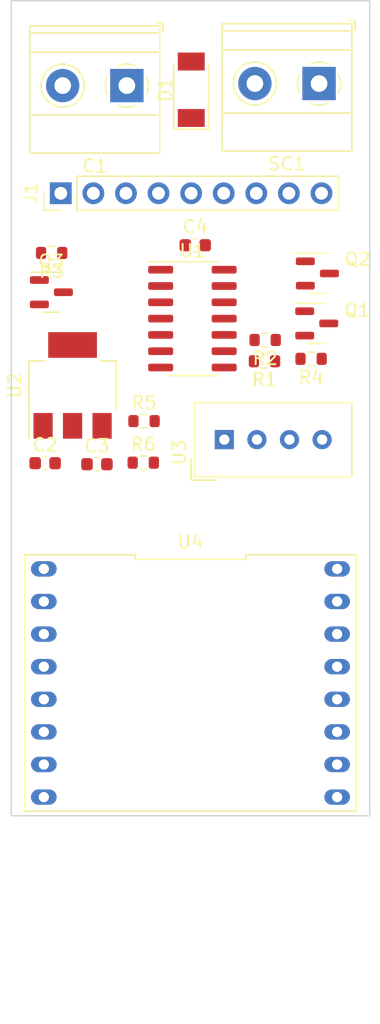
<source format=kicad_pcb>
(kicad_pcb (version 20210228) (generator pcbnew)
  (layers (0 "F.Cu" signal) (31 "B.Cu" signal) (34 "B.Paste" user) (35 "F.Paste" user) (36 "B.SilkS" user "B.Silkscreen") (37 "F.SilkS" user "F.Silkscreen") (38 "B.Mask" user) (39 "F.Mask" user) (44 "Edge.Cuts" user))
  (net 0 "")
  (net 1 "GND")
  (net 2 "+5V")
  (net 3 "Net-(C2-Pad1)")
  (net 4 "+3V3")
  (net 5 "Net-(D1-Pad2)")
  (net 6 "ESP32_TX")
  (net 7 "ESP32_RX")
  (net 8 "ATTINY_TX")
  (net 9 "ATTINY_RX")
  (net 10 "GPIO_0")
  (net 11 "UPDI")
  (net 12 "ATTINY_SDA")
  (net 13 "ESP32_SDA")
  (net 14 "ATTINY_SCL")
  (net 15 "ESP32_SCL")
  (net 16 "Net-(Q3-Pad1)")
  (net 17 "Net-(R4-Pad2)")
  (footprint "Package_TO_SOT_SMD:SOT-23" (layer "F.Cu") (at 190.18 89.91)
    (fp_text reference "Q1" (at 3.15 -1.01) (layer "F.SilkS"))
    (fp_text value "DMN6140L")
    (fp_line (start 0 1.56) (end -0.65 1.56) (layer "F.SilkS") (width 0.12))
    (fp_line (start 0 1.56) (end 0.65 1.56) (layer "F.SilkS") (width 0.12))
    (fp_line (start 0 -1.56) (end -1.675 -1.56) (layer "F.SilkS") (width 0.12))
    (fp_line (start 0 -1.56) (end 0.65 -1.56) (layer "F.SilkS") (width 0.12))
    (pad "1" smd roundrect (at -0.9375 -0.95) (size 1.475 0.6) (layers "F.Cu" "F.Paste" "F.Mask") (net 4 "+3V3"))
    (pad "2" smd roundrect (at -0.9375 0.95) (size 1.475 0.6) (layers "F.Cu" "F.Paste" "F.Mask") (net 13 "ESP32_SDA"))
    (pad "3" smd roundrect (at 0.9375 0) (size 1.475 0.6) (layers "F.Cu" "F.Paste" "F.Mask") (net 12 "ATTINY_SDA"))
  )
  (footprint "Capacitor_SMD:C_0603_1608Metric" (layer "F.Cu") (at 173.05 100.88)
    (fp_text reference "C3" (at 0 -1.43) (layer "F.SilkS"))
    (fp_text value "1uF")
    (fp_line (start -0.14058 -0.51) (end 0.14058 -0.51) (layer "F.SilkS") (width 0.12))
    (fp_line (start -0.14058 0.51) (end 0.14058 0.51) (layer "F.SilkS") (width 0.12))
    (pad "1" smd roundrect (at -0.775 0) (size 0.9 0.95) (layers "F.Cu" "F.Paste" "F.Mask") (net 4 "+3V3"))
    (pad "2" smd roundrect (at 0.775 0) (size 0.9 0.95) (layers "F.Cu" "F.Paste" "F.Mask") (net 1 "GND"))
  )
  (footprint "Package_TO_SOT_SMD:SOT-223-3_TabPin2" (layer "F.Cu") (at 171.15 94.74 90)
    (fp_text reference "U2" (at 0 -4.5 90) (layer "F.SilkS"))
    (fp_text value "MCP1825S")
    (fp_line (start 1.91 -3.41) (end 1.91 -2.15) (layer "F.SilkS") (width 0.12))
    (fp_line (start -1.85 3.41) (end 1.91 3.41) (layer "F.SilkS") (width 0.12))
    (fp_line (start -4.1 -3.41) (end 1.91 -3.41) (layer "F.SilkS") (width 0.12))
    (fp_line (start 1.91 3.41) (end 1.91 2.15) (layer "F.SilkS") (width 0.12))
    (pad "1" smd rect (at -3.15 -2.3 90) (size 2 1.5) (layers "F.Cu" "F.Paste" "F.Mask") (net 3 "Net-(C2-Pad1)"))
    (pad "2" smd rect (at -3.15 0 90) (size 2 1.5) (layers "F.Cu" "F.Paste" "F.Mask") (net 1 "GND"))
    (pad "2" smd rect (at 3.15 0 90) (size 2 3.8) (layers "F.Cu" "F.Paste" "F.Mask") (net 1 "GND"))
    (pad "3" smd rect (at -3.15 2.3 90) (size 2 1.5) (layers "F.Cu" "F.Paste" "F.Mask") (net 4 "+3V3"))
  )
  (footprint "Resistor_SMD:R_0603_1608Metric" (layer "F.Cu") (at 186.16 91.2 180)
    (fp_text reference "R2" (at 0 -1.43) (layer "F.SilkS"))
    (fp_text value "10k")
    (fp_line (start -0.237258 0.5225) (end 0.237258 0.5225) (layer "F.SilkS") (width 0.12))
    (fp_line (start -0.237258 -0.5225) (end 0.237258 -0.5225) (layer "F.SilkS") (width 0.12))
    (pad "1" smd roundrect (at -0.825 0 180) (size 0.8 0.95) (layers "F.Cu" "F.Paste" "F.Mask") (net 2 "+5V"))
    (pad "2" smd roundrect (at 0.825 0 180) (size 0.8 0.95) (layers "F.Cu" "F.Paste" "F.Mask") (net 14 "ATTINY_SCL"))
  )
  (footprint "Resistor_SMD:R_0603_1608Metric" (layer "F.Cu") (at 176.66 100.76)
    (fp_text reference "R6" (at 0 -1.43) (layer "F.SilkS"))
    (fp_text value "10k")
    (fp_line (start -0.237258 0.5225) (end 0.237258 0.5225) (layer "F.SilkS") (width 0.12))
    (fp_line (start -0.237258 -0.5225) (end 0.237258 -0.5225) (layer "F.SilkS") (width 0.12))
    (pad "1" smd roundrect (at -0.825 0) (size 0.8 0.95) (layers "F.Cu" "F.Paste" "F.Mask") (net 4 "+3V3"))
    (pad "2" smd roundrect (at 0.825 0) (size 0.8 0.95) (layers "F.Cu" "F.Paste" "F.Mask") (net 15 "ESP32_SCL"))
  )
  (footprint "Resistor_SMD:R_0603_1608Metric" (layer "F.Cu") (at 169.52 84.42 180)
    (fp_text reference "R3" (at 0 -1.43) (layer "F.SilkS"))
    (fp_text value "10k")
    (fp_line (start -0.237258 0.5225) (end 0.237258 0.5225) (layer "F.SilkS") (width 0.12))
    (fp_line (start -0.237258 -0.5225) (end 0.237258 -0.5225) (layer "F.SilkS") (width 0.12))
    (pad "1" smd roundrect (at -0.825 0 180) (size 0.8 0.95) (layers "F.Cu" "F.Paste" "F.Mask") (net 2 "+5V"))
    (pad "2" smd roundrect (at 0.825 0 180) (size 0.8 0.95) (layers "F.Cu" "F.Paste" "F.Mask") (net 16 "Net-(Q3-Pad1)"))
  )
  (footprint "Diode_SMD:D_SOD-128" (layer "F.Cu") (at 180.4 71.705 90)
    (fp_text reference "D1" (at 0 -2 90) (layer "F.SilkS"))
    (fp_text value "D_Schottky")
    (fp_line (start -3.08 -1.36) (end 1.9 -1.36) (layer "F.SilkS") (width 0.12))
    (fp_line (start -3.08 -1.36) (end -3.08 1.36) (layer "F.SilkS") (width 0.12))
    (fp_line (start -3.08 1.36) (end 1.9 1.36) (layer "F.SilkS") (width 0.12))
    (pad "1" smd rect (at -2.2 0 90) (size 1.4 2.1) (layers "F.Cu" "F.Paste" "F.Mask") (net 2 "+5V"))
    (pad "2" smd rect (at 2.2 0 90) (size 1.4 2.1) (layers "F.Cu" "F.Paste" "F.Mask") (net 5 "Net-(D1-Pad2)"))
  )
  (footprint "Capacitor_SMD:C_0603_1608Metric" (layer "F.Cu") (at 169.01 100.8)
    (fp_text reference "C2" (at 0 -1.43) (layer "F.SilkS"))
    (fp_text value "4.7uF")
    (fp_line (start -0.14058 -0.51) (end 0.14058 -0.51) (layer "F.SilkS") (width 0.12))
    (fp_line (start -0.14058 0.51) (end 0.14058 0.51) (layer "F.SilkS") (width 0.12))
    (pad "1" smd roundrect (at -0.775 0) (size 0.9 0.95) (layers "F.Cu" "F.Paste" "F.Mask") (net 3 "Net-(C2-Pad1)"))
    (pad "2" smd roundrect (at 0.775 0) (size 0.9 0.95) (layers "F.Cu" "F.Paste" "F.Mask") (net 1 "GND"))
  )
  (footprint "Capacitor_SMD:C_0603_1608Metric" (layer "F.Cu") (at 180.71 83.82)
    (fp_text reference "C4" (at 0 -1.43) (layer "F.SilkS"))
    (fp_text value "100n")
    (fp_line (start -0.14058 0.51) (end 0.14058 0.51) (layer "F.SilkS") (width 0.12))
    (fp_line (start -0.14058 -0.51) (end 0.14058 -0.51) (layer "F.SilkS") (width 0.12))
    (pad "1" smd roundrect (at -0.775 0) (size 0.9 0.95) (layers "F.Cu" "F.Paste" "F.Mask") (net 2 "+5V"))
    (pad "2" smd roundrect (at 0.775 0) (size 0.9 0.95) (layers "F.Cu" "F.Paste" "F.Mask") (net 1 "GND"))
  )
  (footprint "Resistor_SMD:R_0603_1608Metric" (layer "F.Cu") (at 186.11 92.86 180)
    (fp_text reference "R1" (at 0 -1.43) (layer "F.SilkS"))
    (fp_text value "10k")
    (fp_line (start -0.237258 -0.5225) (end 0.237258 -0.5225) (layer "F.SilkS") (width 0.12))
    (fp_line (start -0.237258 0.5225) (end 0.237258 0.5225) (layer "F.SilkS") (width 0.12))
    (pad "1" smd roundrect (at -0.825 0 180) (size 0.8 0.95) (layers "F.Cu" "F.Paste" "F.Mask") (net 2 "+5V"))
    (pad "2" smd roundrect (at 0.825 0 180) (size 0.8 0.95) (layers "F.Cu" "F.Paste" "F.Mask") (net 12 "ATTINY_SDA"))
  )
  (footprint "Package_SO:SOIC-14_3.9x8.7mm_P1.27mm" (layer "F.Cu") (at 180.49 89.535)
    (fp_text reference "U1" (at 0 -5.28) (layer "F.SilkS"))
    (fp_text value "ATtiny1614-SS")
    (fp_line (start 0 4.435) (end -1.95 4.435) (layer "F.SilkS") (width 0.12))
    (fp_line (start 0 4.435) (end 1.95 4.435) (layer "F.SilkS") (width 0.12))
    (fp_line (start 0 -4.435) (end -3.45 -4.435) (layer "F.SilkS") (width 0.12))
    (fp_line (start 0 -4.435) (end 1.95 -4.435) (layer "F.SilkS") (width 0.12))
    (pad "1" smd roundrect (at -2.475 -3.81) (size 1.95 0.6) (layers "F.Cu" "F.Paste" "F.Mask") (net 2 "+5V"))
    (pad "2" smd roundrect (at -2.475 -2.54) (size 1.95 0.6) (layers "F.Cu" "F.Paste" "F.Mask"))
    (pad "3" smd roundrect (at -2.475 -1.27) (size 1.95 0.6) (layers "F.Cu" "F.Paste" "F.Mask") (net 16 "Net-(Q3-Pad1)"))
    (pad "4" smd roundrect (at -2.475 0) (size 1.95 0.6) (layers "F.Cu" "F.Paste" "F.Mask"))
    (pad "5" smd roundrect (at -2.475 1.27) (size 1.95 0.6) (layers "F.Cu" "F.Paste" "F.Mask"))
    (pad "6" smd roundrect (at -2.475 2.54) (size 1.95 0.6) (layers "F.Cu" "F.Paste" "F.Mask"))
    (pad "7" smd roundrect (at -2.475 3.81) (size 1.95 0.6) (layers "F.Cu" "F.Paste" "F.Mask"))
    (pad "8" smd roundrect (at 2.475 3.81) (size 1.95 0.6) (layers "F.Cu" "F.Paste" "F.Mask") (net 12 "ATTINY_SDA"))
    (pad "9" smd roundrect (at 2.475 2.54) (size 1.95 0.6) (layers "F.Cu" "F.Paste" "F.Mask") (net 14 "ATTINY_SCL"))
    (pad "10" smd roundrect (at 2.475 1.27) (size 1.95 0.6) (layers "F.Cu" "F.Paste" "F.Mask") (net 11 "UPDI"))
    (pad "11" smd roundrect (at 2.475 0) (size 1.95 0.6) (layers "F.Cu" "F.Paste" "F.Mask") (net 8 "ATTINY_TX"))
    (pad "12" smd roundrect (at 2.475 -1.27) (size 1.95 0.6) (layers "F.Cu" "F.Paste" "F.Mask") (net 9 "ATTINY_RX"))
    (pad "13" smd roundrect (at 2.475 -2.54) (size 1.95 0.6) (layers "F.Cu" "F.Paste" "F.Mask"))
    (pad "14" smd roundrect (at 2.475 -3.81) (size 1.95 0.6) (layers "F.Cu" "F.Paste" "F.Mask") (net 1 "GND"))
  )
  (footprint "Connector_PinHeader_2.54mm:PinHeader_1x09_P2.54mm_Vertical" (layer "F.Cu") (at 170.23 79.77 90)
    (fp_text reference "J1" (at 0 -2.33 90) (layer "F.SilkS"))
    (fp_text value "Conn_01x09")
    (fp_line (start -1.33 21.65) (end 1.33 21.65) (layer "F.SilkS") (width 0.12))
    (fp_line (start 1.33 1.27) (end 1.33 21.65) (layer "F.SilkS") (width 0.12))
    (fp_line (start -1.33 1.27) (end 1.33 1.27) (layer "F.SilkS") (width 0.12))
    (fp_line (start -1.33 -1.33) (end 0 -1.33) (layer "F.SilkS") (width 0.12))
    (fp_line (start -1.33 1.27) (end -1.33 21.65) (layer "F.SilkS") (width 0.12))
    (fp_line (start -1.33 0) (end -1.33 -1.33) (layer "F.SilkS") (width 0.12))
    (pad "1" thru_hole rect (at 0 0 90) (size 1.7 1.7) (drill 1) (layers *.Cu *.Mask) (net 2 "+5V"))
    (pad "2" thru_hole oval (at 0 2.54 90) (size 1.7 1.7) (drill 1) (layers *.Cu *.Mask) (net 4 "+3V3"))
    (pad "3" thru_hole oval (at 0 5.08 90) (size 1.7 1.7) (drill 1) (layers *.Cu *.Mask) (net 11 "UPDI"))
    (pad "4" thru_hole oval (at 0 7.62 90) (size 1.7 1.7) (drill 1) (layers *.Cu *.Mask) (net 10 "GPIO_0"))
    (pad "5" thru_hole oval (at 0 10.16 90) (size 1.7 1.7) (drill 1) (layers *.Cu *.Mask) (net 1 "GND"))
    (pad "6" thru_hole oval (at 0 12.7 90) (size 1.7 1.7) (drill 1) (layers *.Cu *.Mask) (net 9 "ATTINY_RX"))
    (pad "7" thru_hole oval (at 0 15.24 90) (size 1.7 1.7) (drill 1) (layers *.Cu *.Mask) (net 8 "ATTINY_TX"))
    (pad "8" thru_hole oval (at 0 17.78 90) (size 1.7 1.7) (drill 1) (layers *.Cu *.Mask) (net 7 "ESP32_RX"))
    (pad "9" thru_hole oval (at 0 20.32 90) (size 1.7 1.7) (drill 1) (layers *.Cu *.Mask) (net 6 "ESP32_TX"))
  )
  (footprint "Package_TO_SOT_SMD:SOT-23" (layer "F.Cu") (at 169.5 87.48)
    (fp_text reference "Q3" (at 0 -2.4) (layer "F.SilkS"))
    (fp_text value "DMG2301L")
    (fp_line (start 0 -1.56) (end 0.65 -1.56) (layer "F.SilkS") (width 0.12))
    (fp_line (start 0 1.56) (end -0.65 1.56) (layer "F.SilkS") (width 0.12))
    (fp_line (start 0 1.56) (end 0.65 1.56) (layer "F.SilkS") (width 0.12))
    (fp_line (start 0 -1.56) (end -1.675 -1.56) (layer "F.SilkS") (width 0.12))
    (pad "1" smd roundrect (at -0.9375 -0.95) (size 1.475 0.6) (layers "F.Cu" "F.Paste" "F.Mask") (net 16 "Net-(Q3-Pad1)"))
    (pad "2" smd roundrect (at -0.9375 0.95) (size 1.475 0.6) (layers "F.Cu" "F.Paste" "F.Mask") (net 3 "Net-(C2-Pad1)"))
    (pad "3" smd roundrect (at 0.9375 0) (size 1.475 0.6) (layers "F.Cu" "F.Paste" "F.Mask") (net 2 "+5V"))
  )
  (footprint "Package_TO_SOT_SMD:SOT-23" (layer "F.Cu") (at 190.23 86.02)
    (fp_text reference "Q2" (at 3.13 -1.1) (layer "F.SilkS"))
    (fp_text value "DMN6140L")
    (fp_line (start 0 -1.56) (end 0.65 -1.56) (layer "F.SilkS") (width 0.12))
    (fp_line (start 0 1.56) (end -0.65 1.56) (layer "F.SilkS") (width 0.12))
    (fp_line (start 0 -1.56) (end -1.675 -1.56) (layer "F.SilkS") (width 0.12))
    (fp_line (start 0 1.56) (end 0.65 1.56) (layer "F.SilkS") (width 0.12))
    (pad "1" smd roundrect (at -0.9375 -0.95) (size 1.475 0.6) (layers "F.Cu" "F.Paste" "F.Mask") (net 4 "+3V3"))
    (pad "2" smd roundrect (at -0.9375 0.95) (size 1.475 0.6) (layers "F.Cu" "F.Paste" "F.Mask") (net 15 "ESP32_SCL"))
    (pad "3" smd roundrect (at 0.9375 0) (size 1.475 0.6) (layers "F.Cu" "F.Paste" "F.Mask") (net 14 "ATTINY_SCL"))
  )
  (footprint "Resistor_SMD:R_0603_1608Metric" (layer "F.Cu") (at 176.72 97.52)
    (fp_text reference "R5" (at 0 -1.43) (layer "F.SilkS"))
    (fp_text value "10k")
    (fp_line (start -0.237258 0.5225) (end 0.237258 0.5225) (layer "F.SilkS") (width 0.12))
    (fp_line (start -0.237258 -0.5225) (end 0.237258 -0.5225) (layer "F.SilkS") (width 0.12))
    (pad "1" smd roundrect (at -0.825 0) (size 0.8 0.95) (layers "F.Cu" "F.Paste" "F.Mask") (net 4 "+3V3"))
    (pad "2" smd roundrect (at 0.825 0) (size 0.8 0.95) (layers "F.Cu" "F.Paste" "F.Mask") (net 13 "ESP32_SDA"))
  )
  (footprint "TerminalBlock_Phoenix:TerminalBlock_Phoenix_MKDS-1,5-2_1x02_P5.00mm_Horizontal" (layer "F.Cu") (at 190.36 71.22 180)
    (fp_text reference "SC1" (at 2.5 -6.26) (layer "F.SilkS"))
    (fp_text value "Solar_Cells")
    (fp_line (start -2.8 4.16) (end -2.8 4.9) (layer "F.SilkS") (width 0.12))
    (fp_line (start 3.966 1.239) (end 3.931 1.274) (layer "F.SilkS") (width 0.12))
    (fp_line (start -2.8 4.9) (end -2.3 4.9) (layer "F.SilkS") (width 0.12))
    (fp_line (start -2.56 -2.301) (end 7.56 -2.301) (layer "F.SilkS") (width 0.12))
    (fp_line (start 7.56 -5.261) (end 7.56 4.66) (layer "F.SilkS") (width 0.12))
    (fp_line (start 3.773 1.023) (end 3.726 1.069) (layer "F.SilkS") (width 0.12))
    (fp_line (start 6.275 -1.069) (end 6.228 -1.023) (layer "F.SilkS") (width 0.12))
    (fp_line (start 6.07 -1.275) (end 6.035 -1.239) (layer "F.SilkS") (width 0.12))
    (fp_line (start -2.56 -5.261) (end 7.56 -5.261) (layer "F.SilkS") (width 0.12))
    (fp_line (start -2.56 2.6) (end 7.56 2.6) (layer "F.SilkS") (width 0.12))
    (fp_line (start -2.56 -5.261) (end -2.56 4.66) (layer "F.SilkS") (width 0.12))
    (fp_line (start -2.56 4.66) (end 7.56 4.66) (layer "F.SilkS") (width 0.12))
    (fp_line (start -2.56 4.1) (end 7.56 4.1) (layer "F.SilkS") (width 0.12))
    (fp_arc (start 0 0) (end -1.535 -0.684) (angle -48) (layer "F.SilkS") (width 0.12))
    (fp_arc (start 0 0) (end -0.684 1.535) (angle -25) (layer "F.SilkS") (width 0.12))
    (fp_arc (start 0 0) (end 0 1.68) (angle -24) (layer "F.SilkS") (width 0.12))
    (fp_arc (start 0 0) (end 1.535 0.684) (angle -48) (layer "F.SilkS") (width 0.12))
    (fp_arc (start 0 0) (end 0.684 -1.535) (angle -48) (layer "F.SilkS") (width 0.12))
    (fp_circle (center 5 0) (end 6.68 0) (layer "F.SilkS") (width 0.12) (fill none))
    (pad "1" thru_hole rect (at 0 0 180) (size 2.6 2.6) (drill 1.3) (layers *.Cu *.Mask) (net 5 "Net-(D1-Pad2)"))
    (pad "2" thru_hole circle (at 5 0 180) (size 2.6 2.6) (drill 1.3) (layers *.Cu *.Mask) (net 1 "GND"))
  )
  (footprint "Sensor:Aosong_DHT11_5.5x12.0_P2.54mm" (layer "F.Cu") (at 182.9775 98.9625 90)
    (fp_text reference "U3" (at -1 -3.5 90) (layer "F.SilkS"))
    (fp_text value "DHT11")
    (fp_line (start 2.88 -2.32) (end 2.88 9.94) (layer "F.SilkS") (width 0.12))
    (fp_line (start -3.16 -2.6) (end -3.16 -0.6) (layer "F.SilkS") (width 0.12))
    (fp_line (start 2.88 9.94) (end -2.88 9.94) (layer "F.SilkS") (width 0.12))
    (fp_line (start -2.87 -2.32) (end 2.87 -2.32) (layer "F.SilkS") (width 0.12))
    (fp_line (start -3.16 -2.6) (end -1.55 -2.6) (layer "F.SilkS") (width 0.12))
    (fp_line (start -2.88 9.94) (end -2.88 -2.31) (layer "F.SilkS") (width 0.12))
    (pad "1" thru_hole rect (at 0 0 90) (size 1.5 1.5) (drill 0.8) (layers *.Cu *.Mask) (net 4 "+3V3"))
    (pad "2" thru_hole circle (at 0 2.54 90) (size 1.5 1.5) (drill 0.8) (layers *.Cu *.Mask) (net 17 "Net-(R4-Pad2)"))
    (pad "3" thru_hole circle (at 0 5.08 90) (size 1.5 1.5) (drill 0.8) (layers *.Cu *.Mask))
    (pad "4" thru_hole circle (at 0 7.62 90) (size 1.5 1.5) (drill 0.8) (layers *.Cu *.Mask) (net 1 "GND"))
  )
  (footprint "TerminalBlock_Phoenix:TerminalBlock_Phoenix_MKDS-1,5-2_1x02_P5.00mm_Horizontal" (layer "F.Cu") (at 175.38 71.38 180)
    (fp_text reference "C1" (at 2.5 -6.26) (layer "F.SilkS"))
    (fp_text value "5.5V / 2.5F")
    (fp_line (start -2.56 -5.261) (end -2.56 4.66) (layer "F.SilkS") (width 0.12))
    (fp_line (start -2.56 4.1) (end 7.56 4.1) (layer "F.SilkS") (width 0.12))
    (fp_line (start -2.8 4.9) (end -2.3 4.9) (layer "F.SilkS") (width 0.12))
    (fp_line (start 6.07 -1.275) (end 6.035 -1.239) (layer "F.SilkS") (width 0.12))
    (fp_line (start 3.773 1.023) (end 3.726 1.069) (layer "F.SilkS") (width 0.12))
    (fp_line (start -2.56 4.66) (end 7.56 4.66) (layer "F.SilkS") (width 0.12))
    (fp_line (start 3.966 1.239) (end 3.931 1.274) (layer "F.SilkS") (width 0.12))
    (fp_line (start -2.56 2.6) (end 7.56 2.6) (layer "F.SilkS") (width 0.12))
    (fp_line (start 7.56 -5.261) (end 7.56 4.66) (layer "F.SilkS") (width 0.12))
    (fp_line (start -2.56 -2.301) (end 7.56 -2.301) (layer "F.SilkS") (width 0.12))
    (fp_line (start -2.8 4.16) (end -2.8 4.9) (layer "F.SilkS") (width 0.12))
    (fp_line (start -2.56 -5.261) (end 7.56 -5.261) (layer "F.SilkS") (width 0.12))
    (fp_line (start 6.275 -1.069) (end 6.228 -1.023) (layer "F.SilkS") (width 0.12))
    (fp_arc (start 0 0) (end 0 1.68) (angle -24) (layer "F.SilkS") (width 0.12))
    (fp_arc (start 0 0) (end 0.684 -1.535) (angle -48) (layer "F.SilkS") (width 0.12))
    (fp_arc (start 0 0) (end 1.535 0.684) (angle -48) (layer "F.SilkS") (width 0.12))
    (fp_arc (start 0 0) (end -1.535 -0.684) (angle -48) (layer "F.SilkS") (width 0.12))
    (fp_arc (start 0 0) (end -0.684 1.535) (angle -25) (layer "F.SilkS") (width 0.12))
    (fp_circle (center 5 0) (end 6.68 0) (layer "F.SilkS") (width 0.12) (fill none))
    (pad "1" thru_hole rect (at 0 0 180) (size 2.6 2.6) (drill 1.3) (layers *.Cu *.Mask) (net 2 "+5V"))
    (pad "2" thru_hole circle (at 5 0 180) (size 2.6 2.6) (drill 1.3) (layers *.Cu *.Mask) (net 1 "GND"))
  )
  (footprint "Resistor_SMD:R_0603_1608Metric" (layer "F.Cu") (at 189.74 92.67 180)
    (fp_text reference "R4" (at 0 -1.43) (layer "F.SilkS"))
    (fp_text value "10k")
    (fp_line (start -0.237258 -0.5225) (end 0.237258 -0.5225) (layer "F.SilkS") (width 0.12))
    (fp_line (start -0.237258 0.5225) (end 0.237258 0.5225) (layer "F.SilkS") (width 0.12))
    (pad "1" smd roundrect (at -0.825 0 180) (size 0.8 0.95) (layers "F.Cu" "F.Paste" "F.Mask") (net 4 "+3V3"))
    (pad "2" smd roundrect (at 0.825 0 180) (size 0.8 0.95) (layers "F.Cu" "F.Paste" "F.Mask") (net 17 "Net-(R4-Pad2)"))
  )
  (footprint "esp32-cam:esp32-cam" (layer "F.Cu") (at 180.34 117.925 -90)
    (fp_text reference "U4" (at -10.99 0) (layer "F.SilkS"))
    (fp_text value "esp32-cam")
    (fp_line (start -9.99 4.309999) (end -9.99 12.93) (layer "F.SilkS") (width 0.12))
    (fp_line (start 9.99 -12.93) (end -9.99 -12.93) (layer "F.SilkS") (width 0.12))
    (fp_line (start -9.99 -12.93) (end -9.99 -4.31) (layer "F.SilkS") (width 0.12))
    (fp_line (start -9.99 -4.31) (end -9.63 -4.31) (layer "F.SilkS") (width 0.12))
    (fp_line (start 9.99 12.93) (end 9.99 -12.93) (layer "F.SilkS") (width 0.12))
    (fp_line (start -9.99 12.93) (end 9.99 12.93) (layer "F.SilkS") (width 0.12))
    (fp_line (start -9.63 4.309999) (end -9.99 4.309999) (layer "F.SilkS") (width 0.12))
    (fp_line (start -9.63 -4.31) (end -9.63 4.309999) (layer "F.SilkS") (width 0.12))
    (pad "1" thru_hole oval (at -8.89 11.43 270) (size 1.2 2) (drill 0.8) (layers *.Cu *.Mask))
    (pad "2" thru_hole oval (at -6.35 11.43 270) (size 1.2 2) (drill 0.8) (layers *.Cu *.Mask) (net 1 "GND"))
    (pad "3" thru_hole oval (at -3.81 11.43 270) (size 1.2 2) (drill 0.8) (layers *.Cu *.Mask) (net 15 "ESP32_SCL"))
    (pad "4" thru_hole oval (at -1.27 11.43 270) (size 1.2 2) (drill 0.8) (layers *.Cu *.Mask) (net 13 "ESP32_SDA"))
    (pad "5" thru_hole oval (at 1.27 11.43 270) (size 1.2 2) (drill 0.8) (layers *.Cu *.Mask) (net 17 "Net-(R4-Pad2)"))
    (pad "6" thru_hole oval (at 3.81 11.43 270) (size 1.2 2) (drill 0.8) (layers *.Cu *.Mask))
    (pad "7" thru_hole oval (at 6.35 11.43 270) (size 1.2 2) (drill 0.8) (layers *.Cu *.Mask))
    (pad "8" thru_hole oval (at 8.89 11.43 270) (size 1.2 2) (drill 0.8) (layers *.Cu *.Mask))
    (pad "9" thru_hole oval (at 8.89 -11.43 270) (size 1.2 2) (drill 0.8) (layers *.Cu *.Mask) (net 1 "GND"))
    (pad "10" thru_hole oval (at 6.35 -11.43 270) (size 1.2 2) (drill 0.8) (layers *.Cu *.Mask) (net 6 "ESP32_TX"))
    (pad "11" thru_hole oval (at 3.81 -11.43 270) (size 1.2 2) (drill 0.8) (layers *.Cu *.Mask) (net 7 "ESP32_RX"))
    (pad "12" thru_hole oval (at 1.27 -11.43 270) (size 1.2 2) (drill 0.8) (layers *.Cu *.Mask))
    (pad "13" thru_hole oval (at -1.27 -11.43 270) (size 1.2 2) (drill 0.8) (layers *.Cu *.Mask) (net 1 "GND"))
    (pad "14" thru_hole oval (at -3.81 -11.43 270) (size 1.2 2) (drill 0.8) (layers *.Cu *.Mask) (net 10 "GPIO_0"))
    (pad "15" thru_hole oval (at -6.35 -11.43 270) (size 1.2 2) (drill 0.8) (layers *.Cu *.Mask))
    (pad "16" thru_hole oval (at -8.89 -11.43 270) (size 1.2 2) (drill 0.8) (layers *.Cu *.Mask) (net 4 "+3V3"))
  )
  (gr_rect (start 166.37 64.77) (end 194.31 128.27) (layer "Edge.Cuts") (width 0.1) (fill none))
)
</source>
